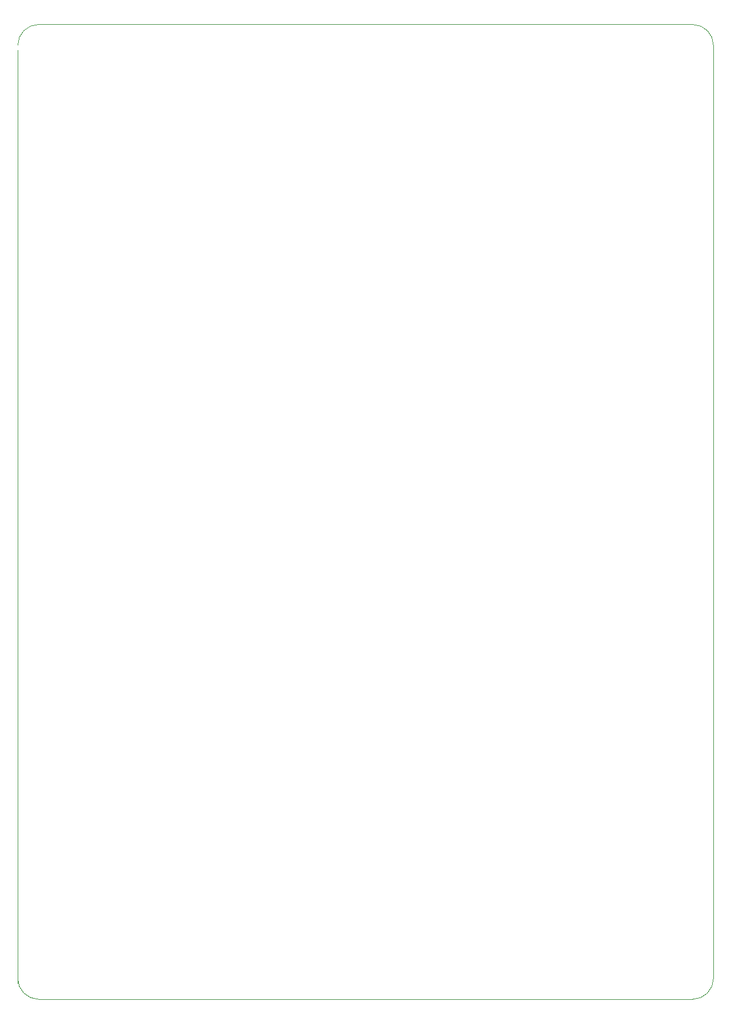
<source format=gbp>
G04*
G04 #@! TF.GenerationSoftware,Altium Limited,Altium Designer,24.7.2 (38)*
G04*
G04 Layer_Color=128*
%FSAX43Y43*%
%MOMM*%
G71*
G04*
G04 #@! TF.SameCoordinates,CBEA9559-B170-43FD-8457-18A981A7652A*
G04*
G04*
G04 #@! TF.FilePolarity,Positive*
G04*
G01*
G75*
%ADD12C,0.100*%
D12*
X0499566Y0535195D02*
G03*
X0502566Y0538195I-0000000J0003000D01*
G01*
X0502566Y0672195D02*
G03*
X0499566Y0675195I-0003000J0000000D01*
G01*
X0405566Y0675195D02*
G03*
X0402566Y0672195I-0000000J-0003000D01*
G01*
X0402566Y0538195D02*
G03*
X0405566Y0535195I0003000J-0000000D01*
G01*
X0402566Y0537495D02*
X0402566Y0671495D01*
X0405566Y0535195D02*
X0499566Y0535195D01*
X0502566Y0538195D02*
X0502566Y0672195D01*
X0405566Y0675195D02*
X0499566Y0675195D01*
M02*

</source>
